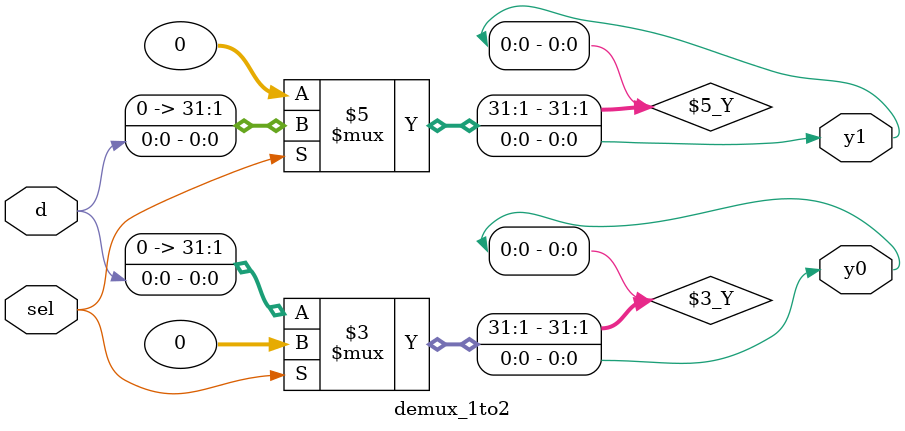
<source format=v>
`timescale 1ns / 1ps

module demux_1to2 (
    input wire d,
    input wire sel,
    output wire y0,
    output wire y1
);
    assign y0 = (~sel) ? d : 0;
    assign y1 = sel ? d : 0;
endmodule

</source>
